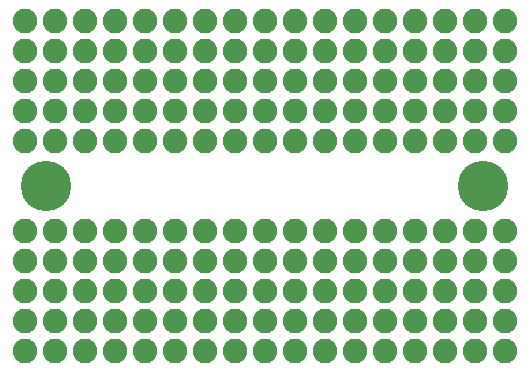
<source format=gbr>
G04 EAGLE Gerber RS-274X export*
G75*
%MOMM*%
%FSLAX34Y34*%
%LPD*%
%INSoldermask Bottom*%
%IPPOS*%
%AMOC8*
5,1,8,0,0,1.08239X$1,22.5*%
G01*
%ADD10C,2.082800*%
%ADD11C,4.267200*%


D10*
X25400Y25400D03*
X25400Y50800D03*
X25400Y76200D03*
X25400Y101600D03*
X25400Y127000D03*
X50800Y25400D03*
X50800Y50800D03*
X50800Y76200D03*
X50800Y101600D03*
X50800Y127000D03*
X76200Y25400D03*
X76200Y50800D03*
X76200Y76200D03*
X76200Y101600D03*
X76200Y127000D03*
X101600Y25400D03*
X101600Y50800D03*
X101600Y76200D03*
X101600Y101600D03*
X101600Y127000D03*
X127000Y25400D03*
X127000Y50800D03*
X127000Y76200D03*
X127000Y101600D03*
X127000Y127000D03*
X152400Y25400D03*
X152400Y50800D03*
X152400Y76200D03*
X152400Y101600D03*
X152400Y127000D03*
X177800Y25400D03*
X177800Y50800D03*
X177800Y76200D03*
X177800Y101600D03*
X177800Y127000D03*
X203200Y25400D03*
X203200Y50800D03*
X203200Y76200D03*
X203200Y101600D03*
X203200Y127000D03*
X228600Y25400D03*
X228600Y50800D03*
X228600Y76200D03*
X228600Y101600D03*
X228600Y127000D03*
X254000Y25400D03*
X254000Y50800D03*
X254000Y76200D03*
X254000Y101600D03*
X254000Y127000D03*
X279400Y25400D03*
X279400Y50800D03*
X279400Y76200D03*
X279400Y101600D03*
X279400Y127000D03*
X304800Y25400D03*
X304800Y50800D03*
X304800Y76200D03*
X304800Y101600D03*
X304800Y127000D03*
X330200Y25400D03*
X330200Y50800D03*
X330200Y76200D03*
X330200Y101600D03*
X330200Y127000D03*
X355600Y25400D03*
X355600Y50800D03*
X355600Y76200D03*
X355600Y101600D03*
X355600Y127000D03*
X381000Y25400D03*
X381000Y50800D03*
X381000Y76200D03*
X381000Y101600D03*
X381000Y127000D03*
X406400Y25400D03*
X406400Y50800D03*
X406400Y76200D03*
X406400Y101600D03*
X406400Y127000D03*
X431800Y25400D03*
X431800Y50800D03*
X431800Y76200D03*
X431800Y101600D03*
X431800Y127000D03*
X25400Y203200D03*
X25400Y228600D03*
X25400Y254000D03*
X25400Y279400D03*
X25400Y304800D03*
X50800Y203200D03*
X50800Y228600D03*
X50800Y254000D03*
X50800Y279400D03*
X50800Y304800D03*
X76200Y203200D03*
X76200Y228600D03*
X76200Y254000D03*
X76200Y279400D03*
X76200Y304800D03*
X101600Y203200D03*
X101600Y228600D03*
X101600Y254000D03*
X101600Y279400D03*
X101600Y304800D03*
X127000Y203200D03*
X127000Y228600D03*
X127000Y254000D03*
X127000Y279400D03*
X127000Y304800D03*
X152400Y203200D03*
X152400Y228600D03*
X152400Y254000D03*
X152400Y279400D03*
X152400Y304800D03*
X177800Y203200D03*
X177800Y228600D03*
X177800Y254000D03*
X177800Y279400D03*
X177800Y304800D03*
X203200Y203200D03*
X203200Y228600D03*
X203200Y254000D03*
X203200Y279400D03*
X203200Y304800D03*
X228600Y203200D03*
X228600Y228600D03*
X228600Y254000D03*
X228600Y279400D03*
X228600Y304800D03*
X254000Y203200D03*
X254000Y228600D03*
X254000Y254000D03*
X254000Y279400D03*
X254000Y304800D03*
X279400Y203200D03*
X279400Y228600D03*
X279400Y254000D03*
X279400Y279400D03*
X279400Y304800D03*
X304800Y203200D03*
X304800Y228600D03*
X304800Y254000D03*
X304800Y279400D03*
X304800Y304800D03*
X330200Y203200D03*
X330200Y228600D03*
X330200Y254000D03*
X330200Y279400D03*
X330200Y304800D03*
X355600Y203200D03*
X355600Y228600D03*
X355600Y254000D03*
X355600Y279400D03*
X355600Y304800D03*
X381000Y203200D03*
X381000Y228600D03*
X381000Y254000D03*
X381000Y279400D03*
X381000Y304800D03*
X406400Y203200D03*
X406400Y228600D03*
X406400Y254000D03*
X406400Y279400D03*
X406400Y304800D03*
X431800Y203200D03*
X431800Y228600D03*
X431800Y254000D03*
X431800Y279400D03*
X431800Y304800D03*
D11*
X43600Y165100D03*
X413600Y165100D03*
M02*

</source>
